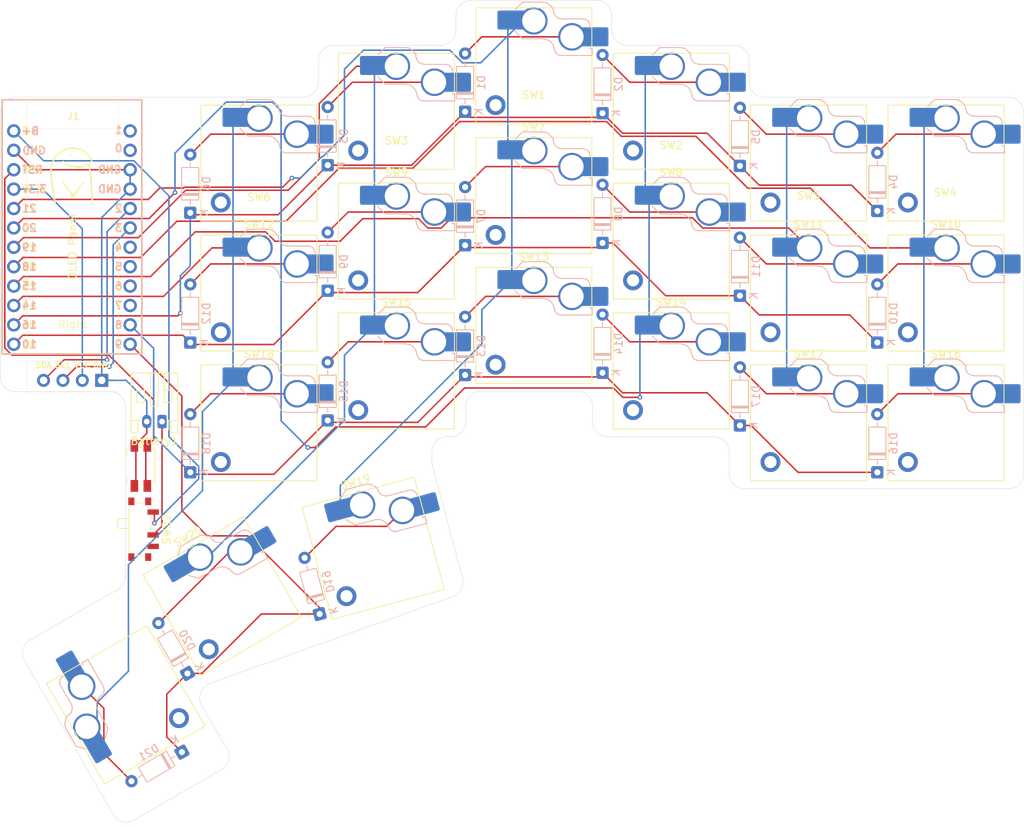
<source format=kicad_pcb>
(kicad_pcb (version 20241229) (generator "pcbnew") (generator_version "9.0")
  (layers (0 "F.Cu" signal) (2 "B.Cu" signal) (13 "F.Paste" user) (15 "B.Paste" user) (5 "F.SilkS" user "F.Silkscreen") (7 "B.SilkS" user "B.Silkscreen") (1 "F.Mask" user) (3 "B.Mask" user) (25 "Edge.Cuts" user))
  (net 0 "")
  (net 1 "Net-(Battery1-Pin_1)")
  (net 2 "GND")
  (net 3 "Net-(D1-A)")
  (net 4 "Row0")
  (net 5 "Net-(D2-A)")
  (net 6 "Net-(D3-A)")
  (net 7 "Net-(D4-A)")
  (net 8 "Net-(D5-A)")
  (net 9 "Net-(D6-A)")
  (net 10 "Row1")
  (net 11 "Net-(D7-A)")
  (net 12 "Net-(D8-A)")
  (net 13 "Net-(D9-A)")
  (net 14 "Net-(D10-A)")
  (net 15 "Net-(D11-A)")
  (net 16 "Net-(D12-A)")
  (net 17 "Net-(D13-A)")
  (net 18 "Row2")
  (net 19 "Net-(D14-A)")
  (net 20 "Net-(D15-A)")
  (net 21 "Net-(D16-A)")
  (net 22 "Net-(D17-A)")
  (net 23 "Net-(D18-A)")
  (net 24 "Net-(D19-A)")
  (net 25 "Row3")
  (net 26 "Net-(D20-A)")
  (net 27 "Net-(D21-A)")
  (net 28 "SDA")
  (net 29 "SCK")
  (net 30 "VCC")
  (net 31 "Col0")
  (net 32 "Col1")
  (net 33 "Col2")
  (net 34 "Col3")
  (net 35 "Col4")
  (net 36 "Col5")
  (net 37 "Net-(SW22-B)")
  (net 39 "Reset")
  (footprint "led:Hotswap_Choc_V1V2_Plated_1.00u_plate_cutout" (layer "F.Cu") (at 189.8 54.25)
    (property "Reference" "SW5")
    (property "Value" "SW_Push_45deg")
  )
  (footprint "Button_Switch_SMD:Panasonic_EVQPUL_EVQPUC" (layer "F.Cu") (at 102.325 93.9 90)
    (property "Reference" "SW23" (hide yes))
    (property "Value" "SW_Push")
  )
  (footprint "led:Hotswap_Choc_V1V2_Plated_1.00u_plate_cutout" (layer "F.Cu") (at 135.8 81.45)
    (property "Reference" "SW15")
    (property "Value" "SW_Push_45deg" (hide yes))
  )
  (footprint "led:Hotswap_Choc_V1V2_Plated_1.00u_plate_cutout" (layer "F.Cu") (at 135.8 47.45)
    (property "Reference" "SW3")
    (property "Value" "SW_Push_45deg")
  )
  (footprint "led:Hotswap_Choc_V1V2_Plated_1.00u_plate_cutout" (layer "F.Cu") (at 189.8 88.25)
    (property "Reference" "SW17")
    (property "Value" "SW_Push_45deg" (hide yes))
  )
  (footprint "Button_Switch_SMD:SW_SPDT_PCM12" (layer "F.Cu") (at 102.5075 102.2 -90)
    (property "Reference" "SW22")
    (property "Value" "SW_SPDT_312" (hide yes))
  )
  (footprint "led:Hotswap_Choc_V1V2_Plated_1.00u_plate_cutout" (layer "F.Cu") (at 153.8 75.5)
    (property "Reference" "SW13")
    (property "Value" "SW_Push_45deg" (hide yes))
  )
  (footprint "Connector_JST:JST_PH_S2B-PH-K_1x02_P2.00mm_Horizontal" (layer "F.Cu") (at 105.1 88.1 180)
    (property "Reference" "Battery1")
    (property "Value" "Conn_01x02_Socket")
  )
  (footprint "led:Hotswap_Choc_V1V2_Plated_1.00u_plate_cutout" (layer "F.Cu") (at 207.8 54.25)
    (property "Reference" "SW4")
    (property "Value" "SW_Push_45deg")
  )
  (footprint "led:Hotswap_Choc_V1V2_Plated_1.00u_plate_cutout" (layer "F.Cu") (at 153.8 58.5)
    (property "Reference" "SW7")
    (property "Value" "SW_Push_45deg")
  )
  (footprint "led:Hotswap_Choc_V1V2_Plated_1.00u_plate_cutout" (layer "F.Cu") (at 171.8 47.45)
    (property "Reference" "SW2")
    (property "Value" "SW_Push_45deg")
  )
  (footprint "led:Hotswap_Choc_V1V2_Plated_1.00u_plate_cutout" (layer "F.Cu") (at 189.8 71.25)
    (property "Reference" "SW11")
    (property "Value" "SW_Push_45deg")
  )
  (footprint "Photo:ok" (layer "F.Cu") (at 93.25969 54.621298)
    (property "Reference" "G***" (hide yes))
    (property "Value" "LOGO" (hide yes))
  )
  (footprint "" (layer "F.Cu") (at 85.9 82.1967)
    (property "Reference" "")
    (property "Value" "")
  )
  (footprint "led:Hotswap_Choc_V1V2_Plated_1.00u_plate_cutout" (layer "F.Cu") (at 117.8 88.25)
    (property "Reference" "SW18")
    (property "Value" "SW_Push_45deg")
  )
  (footprint "led:Hotswap_Choc_V1V2_Plated_1.00u_plate_cutout" (layer "F.Cu") (at 132.7612 104.702168 15)
    (property "Reference" "SW19")
    (property "Value" "SW_Push_45deg" (hide yes))
  )
  (footprint "led:Hotswap_Choc_V1V2_Plated_1.00u_plate_cutout" (layer "F.Cu") (at 153.8 41.5)
    (property "Reference" "SW1")
    (property "Value" "SW_Push_45deg")
  )
  (footprint "ScottoKeebs_MCU:Nice_Nano_V2_Flipped" (layer "F.Cu") (at 93.3 64)
    (property "Reference" "U1" (hide yes))
    (property "Value" "Nice_Nano_V2" (hide yes))
  )
  (footprint "led:Hotswap_Choc_V1V2_Plated_1.00u_plate_cutout" (layer "F.Cu") (at 207.8 88.25)
    (property "Reference" "SW16")
    (property "Value" "SW_Push_45deg" (hide yes))
  )
  (footprint "led:Hotswap_Choc_V1V2_Plated_1.00u_plate_cutout" (layer "F.Cu") (at 117.8 54.25)
    (property "Reference" "SW6")
    (property "Value" "SW_Push_45deg")
  )
  (footprint "led:Hotswap_Choc_V1V2_Plated_1.00u_plate_cutout" (layer "F.Cu") (at 135.8 64.45)
    (property "Reference" "SW9")
    (property "Value" "SW_Push_45deg")
  )
  (footprint "led:Hotswap_Choc_V1V2_Plated_1.00u_plate_cutout" (layer "F.Cu") (at 112.979046 110.961405 30)
    (property "Reference" "SW20")
    (property "Value" "SW_Push_45deg" (hide yes))
  )
  (footprint "led:Hotswap_Choc_V1V2_Plated_1.00u_plate_cutout" (layer "F.Cu") (at 171.8 81.45)
    (property "Reference" "SW14")
    (property "Value" "SW_Push_45deg" (hide yes))
  )
  (footprint "led:Hotswap_Choc_V1V2_Plated_1.00u_plate_cutout" (layer "F.Cu") (at 117.8 71.25)
    (property "Reference" "SW12")
    (property "Value" "SW_Push_45deg")
  )
  (footprint "led:Hotswap_Choc_V1V2_Plated_1.50u_plate_cutout" (layer "F.Cu") (at 100.360031 125.194873 120)
    (property "Reference" "SW21" (hide yes))
    (property "Value" "SW_Push_45deg" (hide yes))
  )
  (footprint "led:Hotswap_Choc_V1V2_Plated_1.00u_plate_cutout" (layer "F.Cu") (at 171.8 64.45)
    (property "Reference" "SW8")
    (property "Value" "SW_Push_45deg")
  )
  (footprint "hackpad:SSD1306-0.91-OLED-4pin-128x32_3d" (layer "F.Cu") (at 99.39 46.2 -90)
    (property "Reference" "J1")
    (property "Value" "OLED")
  )
  (footprint "led:Hotswap_Choc_V1V2_Plated_1.00u_plate_cutout" (layer "F.Cu") (at 207.8 71.25)
    (property "Reference" "SW10")
    (property "Value" "SW_Push_45deg")
  )
  (footprint "" (layer "B.Cu") (at 85.9 82.1967 180)
    (property "Reference" "")
    (property "Value" "")
  )
  (footprint "" (layer "B.Cu") (at 105.3 52.7 180)
    (property "Reference" "")
    (property "Value" "")
  )
  (footprint "Diode_THT:D_DO-35_SOD27_P7.62mm_Horizontal" (layer "B.Cu") (at 144.8 65 90)
    (property "Reference" "D7")
    (property "Value" "1N4148")
  )
  (footprint "Diode_THT:D_DO-35_SOD27_P7.62mm_Horizontal" (layer "B.Cu") (at 108.8 77.75 90)
    (property "Reference" "D12")
    (property "Value" "1N4148")
  )
  (footprint "Diode_THT:D_DO-35_SOD27_P7.62mm_Horizontal" (layer "B.Cu") (at 180.8 54.61 90)
    (property "Reference" "D5")
    (property "Value" "1N4148")
  )
  (footprint "" (layer "B.Cu") (at 198.8 62.7 180)
    (property "Reference" "")
    (property "Value" "")
  )
  (footprint "Diode_THT:D_DO-35_SOD27_P7.62mm_Horizontal" (layer "B.Cu") (at 108.434818 121.09057 120)
    (property "Reference" "D20")
    (property "Value" "1N4148")
  )
  (footprint "Diode_THT:D_DO-35_SOD27_P7.62mm_Horizontal" (layer "B.Cu") (at 162.8 64.7 90)
    (property "Reference" "D8")
    (property "Value" "1N4148")
  )
  (footprint "Diode_THT:D_DO-35_SOD27_P7.62mm_Horizontal" (layer "B.Cu") (at 107.699557 131.395003 -150)
    (property "Reference" "D21")
    (property "Value" "1N4148")
  )
  (footprint "Diode_THT:D_DO-35_SOD27_P7.62mm_Horizontal" (layer "B.Cu") (at 198.8 60.51 90)
    (property "Reference" "D4")
    (property "Value" "1N4148")
  )
  (footprint "Diode_THT:D_DO-35_SOD27_P7.62mm_Horizontal" (layer "B.Cu") (at 180.8 71.61 90)
    (property "Reference" "D11")
    (property "Value" "1N4148")
  )
  (footprint "Diode_THT:D_DO-35_SOD27_P7.62mm_Horizontal" (layer "B.Cu") (at 162.8 47.7 90)
    (property "Reference" "D2")
    (property "Value" "1N4148")
  )
  (footprint "Diode_THT:D_DO-35_SOD27_P7.62mm_Horizontal" (layer "B.Cu") (at 162.8 81.7 90)
    (property "Reference" "D14")
    (property "Value" "1N4148" (hide yes))
  )
  (footprint "Diode_THT:D_DO-35_SOD27_P7.62mm_Horizontal" (layer "B.Cu") (at 126.8 70.95 90)
    (property "Reference" "D9")
    (property "Value" "1N4148")
  )
  (footprint "" (layer "B.Cu") (at 136.2 92.5 180)
    (property "Reference" "")
    (property "Value" "")
  )
  (footprint "Diode_THT:D_DO-35_SOD27_P7.62mm_Horizontal" (layer "B.Cu") (at 144.8 47.51 90)
    (property "Reference" "D1")
    (property "Value" "1N4148")
  )
  (footprint "Diode_THT:D_DO-35_SOD27_P7.62mm_Horizontal" (layer "B.Cu") (at 108.8 60.75 90)
    (property "Reference" "D6")
    (property "Value" "1N4148")
  )
  (footprint "" (layer "B.Cu") (at 198.8 81.6 180)
    (property "Reference" "")
    (property "Value" "")
  )
  (footprint "Diode_THT:D_DO-35_SOD27_P7.62mm_Horizontal" (layer "B.Cu") (at 180.8 88.61 90)
    (property "Reference" "D17")
    (property "Value" "1N4148" (hide yes))
  )
  (footprint "" (layer "B.Cu") (at 144.9 50.4 180)
    (property "Reference" "")
    (property "Value" "")
  )
  (footprint "Diode_THT:D_DO-35_SOD27_P7.62mm_Horizontal" (layer "B.Cu") (at 126.8 54.51 90)
    (property "Reference" "D3")
    (property "Value" "1N4148")
  )
  (footprint "" (layer "B.Cu") (at 109.8 99.8 180)
    (property "Reference" "")
    (property "Value" "")
  )
  (footprint "Diode_THT:D_DO-35_SOD27_P7.62mm_Horizontal" (layer "B.Cu") (at 125.750192 113.310057 105)
    (property "Reference" "D19")
    (property "Value" "1N4148")
  )
  (footprint "Diode_THT:D_DO-35_SOD27_P7.62mm_Horizontal" (layer "B.Cu") (at 198.8 77.75 90)
    (property "Reference" "D10")
    (property "Value" "1N4148")
  )
  (footprint "Diode_THT:D_DO-35_SOD27_P7.62mm_Horizontal" (layer "B.Cu") (at 198.8 94.75 90)
    (property "Reference" "D16")
    (property "Value" "1N4148")
  )
  (footprint "Diode_THT:D_DO-35_SOD27_P7.62mm_Horizontal" (layer "B.Cu") (at 126.8 87.95 90)
    (property "Reference" "D15")
    (property "Value" "1N4148")
  )
  (footprint "Diode_THT:D_DO-35_SOD27_P7.62mm_Horizontal" (layer "B.Cu") (at 108.8 94.75 90)
    (property "Reference" "D18")
    (property "Value" "1N4148")
  )
  (footprint "Diode_THT:D_DO-35_SOD27_P7.62mm_Horizontal" (layer "B.Cu") (at 144.8 82 90)
    (property "Reference" "D13")
    (property "Value" "1N4148")
  )
  (gr_arc (start 144.9 86.1) (mid 145.485786 84.685786) (end 146.9 84.1) (stroke (width 0.05)) (layer "Edge.Cuts"))
  (gr_arc (start 125.6 40.8) (mid 126.185786 39.385786) (end 127.6 38.8) (stroke (width 0.05)) (layer "Edge.Cuts"))
  (gr_line (start 162 32.9) (end 145.6 32.9) (stroke (width 0.05)) (layer "Edge.Cuts"))
  (gr_line (start 159.5 84.1) (end 146.9 84.1) (stroke (width 0.05)) (layer "Edge.Cuts"))
  (gr_arc (start 166 38.8) (mid 164.585786 38.214214) (end 164 36.8) (stroke (width 0.05)) (layer "Edge.Cuts"))
  (gr_arc (start 218 94.9) (mid 217.414214 96.314214) (end 216 96.9) (stroke (width 0.05)) (layer "Edge.Cuts"))
  (gr_line (start 85.903267 84.196727) (end 98.296733 84.176481) (stroke (width 0.05)) (layer "Edge.Cuts"))
  (gr_line (start 113.5966 130.966854) (end 110.303148 125.278165) (stroke (width 0.05)) (layer "Edge.Cuts"))
  (gr_arc (start 100.3 108.345414) (mid 100.032089 109.345335) (end 99.300149 110.077379) (stroke (width 0.05)) (layer "Edge.Cuts"))
  (gr_line (start 216 96.9) (end 181.4 96.9) (stroke (width 0.05)) (layer "Edge.Cuts"))
  (gr_line (start 216 45.6) (end 184 45.6) (stroke (width 0.05)) (layer "Edge.Cuts"))
  (gr_line (start 101.433361 140.299537) (end 112.865528 133.701105) (stroke (width 0.05)) (layer "Edge.Cuts"))
  (gr_line (start 143.6 34.9) (end 143.6 36.8) (stroke (width 0.05)) (layer "Edge.Cuts"))
  (gr_line (start 218 47.6) (end 218 94.9) (stroke (width 0.05)) (layer "Edge.Cuts"))
  (gr_line (start 180 38.8) (end 166 38.8) (stroke (width 0.05)) (layer "Edge.Cuts"))
  (gr_line (start 123.6 45.6) (end 85.9 45.6) (stroke (width 0.05)) (layer "Edge.Cuts"))
  (gr_arc (start 143.6 36.8) (mid 143.014214 38.214214) (end 141.6 38.8) (stroke (width 0.05)) (layer "Edge.Cuts"))
  (gr_line (start 140.45 93.336782) (end 140.45 92.1) (stroke (width 0.05)) (layer "Edge.Cuts"))
  (gr_arc (start 177.4 90.1) (mid 178.814214 90.685786) (end 179.4 92.1) (stroke (width 0.05)) (layer "Edge.Cuts"))
  (gr_arc (start 144.472939 108.618973) (mid 144.312186 110.065452) (end 143.213549 111.019988) (stroke (width 0.05)) (layer "Edge.Cuts"))
  (gr_arc (start 163.5 90.1) (mid 162.085786 89.514214) (end 161.5 88.1) (stroke (width 0.05)) (layer "Edge.Cuts"))
  (gr_line (start 182 43.6) (end 182 40.8) (stroke (width 0.05)) (layer "Edge.Cuts"))
  (gr_arc (start 180 38.8) (mid 181.414214 39.385786) (end 182 40.8) (stroke (width 0.05)) (layer "Edge.Cuts"))
  (gr_arc (start 159.5 84.1) (mid 160.914214 84.685786) (end 161.5 86.1) (stroke (width 0.05)) (layer "Edge.Cuts"))
  (gr_line (start 100.3 86.176478) (end 100.3 108.345414) (stroke (width 0.05)) (layer "Edge.Cuts"))
  (gr_line (start 141.6 38.8) (end 127.6 38.8) (stroke (width 0.05)) (layer "Edge.Cuts"))
  (gr_line (start 87.097703 119.431308) (end 98.700721 139.565956) (stroke (width 0.05)) (layer "Edge.Cuts"))
  (gr_arc (start 125.6 43.6) (mid 125.014214 45.014214) (end 123.6 45.6) (stroke (width 0.05)) (layer "Edge.Cuts"))
  (gr_arc (start 87.097703 119.431308) (mid 86.898899 117.914374) (end 87.830415 116.700747) (stroke (width 0.05)) (layer "Edge.Cuts"))
  (gr_arc (start 101.433361 140.299537) (mid 99.915038 140.498968) (end 98.700721 139.565956) (stroke (width 0.05)) (layer "Edge.Cuts"))
  (gr_arc (start 83.9 47.6) (mid 84.485786 46.185786) (end 85.9 45.6) (stroke (width 0.05)) (layer "Edge.Cuts"))
  (gr_arc (start 184 45.6) (mid 182.585786 45.014214) (end 182 43.6) (stroke (width 0.05)) (layer "Edge.Cuts"))
  (gr_line (start 125.6 40.8) (end 125.6 43.6) (stroke (width 0.05)) (layer "Edge.Cuts"))
  (gr_arc (start 143.6 34.9) (mid 144.185786 33.485786) (end 145.6 32.9) (stroke (width 0.05)) (layer "Edge.Cuts"))
  (gr_arc (start 216 45.6) (mid 217.414214 46.185786) (end 218 47.6) (stroke (width 0.05)) (layer "Edge.Cuts"))
  (gr_arc (start 144.9 88.1) (mid 144.314214 89.514214) (end 142.9 90.1) (stroke (width 0.05)) (layer "Edge.Cuts"))
  (gr_arc (start 140.45 92.1) (mid 141.035786 90.685786) (end 142.45 90.1) (stroke (width 0.05)) (layer "Edge.Cuts"))
  (gr_arc (start 110.303148 125.278165) (mid 110.156308 123.587418) (end 111.361495 122.392549) (stroke (width 0.05)) (layer "Edge.Cuts"))
  (gr_line (start 83.9 47.6) (end 83.9 79.4) (stroke (width 0.05)) (layer "Edge.Cuts"))
  (gr_arc (start 85.903267 84.196727) (mid 84.486942 83.612098) (end 83.9 82.19673) (stroke (width 0.05)) (layer "Edge.Cuts"))
  (gr_line (start 144.472939 108.618973) (end 140.518104 93.854254) (stroke (width 0.05)) (layer "Edge.Cuts"))
  (gr_arc (start 113.5966 130.966854) (mid 113.797876 132.485531) (end 112.865528 133.701105) (stroke (width 0.05)) (layer "Edge.Cuts"))
  (gr_arc (start 98.296733 84.176481) (mid 99.713058 84.76111) (end 100.3 86.176478) (stroke (width 0.05)) (layer "Edge.Cuts"))
  (gr_arc (start 140.518104 93.854254) (mid 140.467102 93.597749) (end 140.45 93.336782) (stroke (width 0.05)) (layer "Edge.Cuts"))
  (gr_arc (start 162 32.9) (mid 163.414214 33.485786) (end 164 34.9) (stroke (width 0.05)) (layer "Edge.Cuts"))
  (gr_line (start 144.9 86.1) (end 144.9 88.1) (stroke (width 0.05)) (layer "Edge.Cuts"))
  (gr_line (start 161.5 88.1) (end 161.5 86.1) (stroke (width 0.05)) (layer "Edge.Cuts"))
  (gr_line (start 111.361495 122.392549) (end 143.213549 111.019988) (stroke (width 0.05)) (layer "Edge.Cuts"))
  (gr_arc (start 181.4 96.9) (mid 179.985786 96.314214) (end 179.4 94.9) (stroke (width 0.05)) (layer "Edge.Cuts"))
  (gr_line (start 83.9 79.4) (end 83.9 82.19673) (stroke (width 0.05)) (layer "Edge.Cuts"))
  (gr_line (start 99.300149 110.077379) (end 87.830415 116.700747) (stroke (width 0.05)) (layer "Edge.Cuts"))
  (gr_line (start 164 36.8) (end 164 34.9) (stroke (width 0.05)) (layer "Edge.Cuts"))
  (gr_line (start 142.45 90.1) (end 142.9 90.1) (stroke (width 0.05)) (layer "Edge.Cuts"))
  (gr_line (start 179.4 94.9) (end 179.4 92.1) (stroke (width 0.05)) (layer "Edge.Cuts"))
  (gr_line (start 177.4 90.1) (end 163.5 90.1) (stroke (width 0.05)) (layer "Edge.Cuts"))
  (gr_text "Right" (at 91.4 75.9 0) (layer "F.SilkS") (effects (font (size 1 1) (thickness 0.1)) (justify left bottom)))
  (segment (start 105.1 88.1) (end 105.1 101.7875) (width 0.2) (layer "F.Cu") (net 1))
  (segment (start 105.1 101.7875) (end 103.9375 102.95) (width 0.2) (layer "F.Cu") (net 1))
  (segment (start 88.22 55.11) (end 100.92 55.11) (width 0.2) (layer "F.Cu") (net 2))
  (segment (start 103.1 89.65) (end 101.475 91.275) (width 0.2) (layer "F.Cu") (net 2))
  (segment (start 101.676 96.324) (end 101.475 96.525) (width 0.2) (layer "F.Cu") (net 2))
  (segment (start 85.68 52.57) (end 88.22 55.11) (width 0.2) (layer "F.Cu") (net 2))
  (segment (start 101.475 91.275) (end 101.676 91.476) (width 0.2) (layer "F.Cu") (net 2))
  (segment (start 101.676 91.476) (end 101.676 96.324) (width 0.2) (layer "F.Cu") (net 2))
  (segment (start 103.1 88.1) (end 103.1 89.65) (width 0.2) (layer "F.Cu") (net 2))
  (segment (start 100.4 82.7) (end 103.1 85.4) (width 0.2) (layer "B.Cu") (net 2))
  (segment (start 100.92 55.11) (end 100.92 57.65) (width 0.2) (layer "B.Cu") (net 2))
  (segment (start 103.1 85.4) (end 103.1 88.1) (width 0.2) (layer "B.Cu") (net 2))
  (segment (start 97.2 82.7) (end 100.4 82.7) (width 0.2) (layer "B.Cu") (net 2))
  (segment (start 97.2 61.37) (end 100.92 57.65) (width 0.2) (layer "B.Cu") (net 2))
  (segment (start 97.2 82.7) (end 97.2 61.37) (width 0.2) (layer "B.Cu") (net 2))
  (segment (start 144.8 39.89) (end 146.99 37.7) (width 0.2) (layer "F.Cu") (net 3))
  (segment (start 146.99 37.7) (end 158.8 37.7) (width 0.2) (layer "F.Cu") (net 3))
  (segment (start 180.8 54.61) (end 183.316 57.126) (width 0.2) (layer "F.Cu") (net 4))
  (segment (start 137.8 54.51) (end 144.8 47.51) (width 0.2) (layer "F.Cu") (net 4))
  (segment (start 120.309 61.001) (end 126.8 54.51) (width 0.2) (layer "F.Cu") (net 4))
  (segment (start 162.249 48.251) (end 162.8 47.7) (width 0.2) (layer "F.Cu") (net 4))
  (segment (start 195.416 57.126) (end 198.8 60.51) (width 0.2) (layer "F.Cu") (net 4))
  (segment (start 126.8 54.51) (end 137.8 54.51) (width 0.2) (layer "F.Cu") (net 4))
  (segment (start 85.68 75.43) (end 86.8573 74.2527) (width 0.2) (layer "F.Cu") (net 4))
  (segment (start 86.8573 74.2527) (end 107.1473 74.2527) (width 0.2) (layer "F.Cu") (net 4))
  (segment (start 162.8 47.7) (end 165.426 50.326) (width 0.2) (layer "F.Cu") (net 4))
  (segment (start 165.426 50.326) (end 176.516 50.326) (width 0.2) (layer "F.Cu") (net 4))
  (segment (start 107.1473 74.2527) (end 107.5 73.9) (width 0.2) (layer "F.Cu") (net 4))
  (segment (start 144.8 47.51) (end 145.541 48.251) (width 0.2) (layer "F.Cu") (net 4))
  (segment (start 109.051 61.001) (end 120.309 61.001) (width 0.2) (layer "F.Cu") (net 4))
  (segment (start 108.8 60.75) (end 109.051 61.001) (width 0.2) (layer "F.Cu") (net 4))
  (segment (start 183.316 57.126) (end 195.416 57.126) (width 0.2) (layer "F.Cu") (net 4))
  (segment (start 176.516 50.326) (end 180.8 54.61) (width 0.2) (layer "F.Cu") (net 4))
  (segment (start 145.541 48.251) (end 162.249 48.251) (width 0.2) (layer "F.Cu") (net 4))
  (via (at 107.5 73.9) (size 0.6) (drill 0.3) (layers "F.Cu" "B.Cu") (net 4))
  (segment (start 108.8 67.7) (end 108.8 60.75) (width 0.2) (layer "B.Cu") (net 4))
  (segment (start 107.5 73.9) (end 107.5 69) (width 0.2) (layer "B.Cu") (net 4))
  (segment (start 107.5 69) (end 108.8 67.7) (width 0.2) (layer "B.Cu") (net 4))
  (segment (start 166.37 43.65) (end 176.8 43.65) (width 0.2) (layer "F.Cu") (net 5))
  (segment (start 162.8 40.08) (end 166.37 43.65) (width 0.2) (layer "F.Cu") (net 5))
  (segment (start 126.8 46.89) (end 130.04 43.65) (width 0.2) (layer "F.Cu") (net 6))
  (segment (start 130.04 43.65) (end 140.8 43.65) (width 0.2) (layer "F.Cu") (net 6))
  (segment (start 198.8 52.89) (end 201.24 50.45) (width 0.2) (layer "F.Cu") (net 7))
  (segment (start 201.24 50.45) (end 212.8 50.45) (width 0.2) (layer "F.Cu") (net 7))
  (segment (start 184.26 50.45) (end 194.8 50.45) (width 0.2) (layer "F.Cu") (net 8))
  (segment (start 180.8 46.99) (end 184.26 50.45) (width 0.2) (layer "F.Cu") (net 8))
  (segment (start 111.48 50.45) (end 122.8 50.45) (width 0.2) (layer "F.Cu") (net 9))
  (segment (start 108.8 53.13) (end 111.48 50.45) (width 0.2) (layer "F.Cu") (net 9))
  (segment (start 162.2 65.3) (end 162.8 64.7) (width 0.2) (layer "F.Cu") (net 10))
  (segment (start 164.164156 64.7) (end 171.074156 71.61) (width 0.2) (layer "F.Cu") (net 10))
  (segment (start 126.8 70.95) (end 127.051 71.201) (width 0.2) (layer "F.Cu") (net 10))
  (segment (start 145.1 65.3) (end 162.2 65.3) (width 0.2) (layer "F.Cu") (net 10))
  (segment (start 195.176 74.126) (end 198.8 77.75) (width 0.2) (layer "F.Cu") (net 10))
  (segment (start 108.8 77.75) (end 109.051 78.001) (width 0.2) (layer "F.Cu") (net 10))
  (segment (start 180.8 71.61) (end 183.316 74.126) (width 0.2) (layer "F.Cu") (net 10))
  (segment (start 109.051 78.001) (end 119.749 78.001) (width 0.2) (layer "F.Cu") (net 10))
  (segment (start 85.68 77.97) (end 86.8573 76.7927) (width 0.2) (layer "F.Cu") (net 10))
  (segment (start 183.316 74.126) (end 195.176 74.126) (width 0.2) (layer "F.Cu") (net 10))
  (segment (start 107.8427 76.7927) (end 108.8 77.75) (width 0.2) (layer "F.Cu") (net 10))
  (segment (start 127.051 71.201) (end 138.599 71.201) (width 0.2) (layer "F.Cu") (net 10))
  (segment (start 144.8 65) (end 145.1 65.3) (width 0.2) (layer "F.Cu") (net 10))
  (segment (start 138.599 71.201) (end 144.8 65) (width 0.2) (layer "F.Cu") (net 10))
  (segment (start 119.749 78.001) (end 126.8 70.95) (width 0.2) (layer "F.Cu") (net 10))
  (segment (start 162.8 64.7) (end 164.164156 64.7) (width 0.2) (layer "F.Cu") (net 10))
  (segment (start 86.8573 76.7927) (end 107.8427 76.7927) (width 0.2) (layer "F.Cu") (net 10))
  (segment (start 171.074156 71.61) (end 180.8 71.61) (width 0.2) (layer "F.Cu") (net 10))
  (segment (start 144.8 57.38) (end 147.48 54.7) (width 0.2) (layer "F.Cu") (net 11))
  (segment (start 147.48 54.7) (end 158.8 54.7) (width 0.2) (layer "F.Cu") (net 11))
  (segment (start 162.8 57.08) (end 166.37 60.65) (width 0.2) (layer "F.Cu") (net 12))
  (segment (start 166.37 60.65) (end 176.8 60.65) (width 0.2) (layer "F.Cu") (net 12))
  (segment (start 129.48 60.65) (end 140.8 60.65) (width 0.2) (layer "F.Cu") (net 13))
  (segment (start 126.8 63.33) (end 129.48 60.65) (width 0.2) (layer "F.Cu") (net 13))
  (segment (start 201.48 67.45) (end 212.8 67.45) (width 0.2) (layer "F.Cu") (net 14))
  (segment (start 198.8 70.13) (end 201.48 67.45) (width 0.2) (layer "F.Cu") (net 14))
  (segment (start 184.26 67.45) (end 194.8 67.45) (width 0.2) (layer "F.Cu") (net 15))
  (segment (start 180.8 63.99) (end 184.26 67.45) (width 0.2) (layer "F.Cu") (net 15))
  (segment (start 108.8 70.13) (end 111.48 67.45) (width 0.2) (layer "F.Cu") (net 16))
  (segment (start 111.48 67.45) (end 122.8 67.45) (width 0.2) (layer "F.Cu") (net 16))
  (segment (start 147.48 71.7) (end 158.8 71.7) (width 0.2) (layer "F.Cu") (net 17))
  (segment (start 144.8 74.38) (end 147.48 71.7) (width 0.2) (layer "F.Cu") (net 17))
  (segment (start 182.274156 88.61) (end 188.414156 94.75) (width 0.2) (layer "F.Cu") (net 18))
  (segment (start 176.516 84.326) (end 180.8 88.61) (width 0.2) (layer "F.Cu") (net 18))
  (segment (start 145.051 82.251) (end 162.249 82.251) (width 0.2) (layer "F.Cu") (net 18))
  (segment (start 144.8 82) (end 138.599 88.201) (width 0.2) (layer "F.Cu") (net 18))
  (segment (start 188.414156 94.75) (end 198.8 94.75) (width 0.2) (layer "F.Cu") (net 18))
  (segment (start 180.8 88.61) (end 182.274156 88.61) (width 0.2) (layer "F.Cu") (net 18))
  (segment (start 165.426 84.326) (end 176.516 84.326) (width 0.2) (layer "F.Cu") (net 18))
  (segment (start 138.599 88.201) (end 127.051 88.201) (width 0.2) (layer "F.Cu") (net 18))
  (segment (start 127.051 88.201) (end 126.8 87.95) (width 0.2) (layer "F.Cu") (net 18))
  (segment (start 144.8 82) (end 145.051 82.251) (width 0.2) (layer "F.Cu") (net 18))
  (segment (start 108.8 94.75) (end 109.051 95.001) (width 0.2) (layer "F.Cu") (net 18))
  (segment (start 162.249 82.251) (end 162.8 81.7) (width 0.2) (layer "F.Cu") (net 18))
  (segment (start 119.749 95.001) (end 126.8 87.95) (width 0.2) (layer "F.Cu") (net 18))
  (segment (start 109.051 95.001) (end 119.749 95.001) (width 0.2) (layer "F.Cu") (net 18))
  (segment (start 162.8 81.7) (end 165.426 84.326) (width 0.2) (layer "F.Cu") (net 18))
  (segment (start 100.92 75.43) (end 104.001 78.511) (width 0.2) (layer "B.Cu") (net 18))
  (segment (start 104.001 78.511) (end 104.001 89.951) (width 0.2) (layer "B.Cu") (net 18))
  (segment (start 104.001 89.951) (end 108.8 94.75) (width 0.2) (layer "B.Cu") (net 18))
  (segment (start 162.8 74.08) (end 166.37 77.65) (width 0.2) (layer "F.Cu") (net 19))
  (segment (start 166.37 77.65) (end 176.8 77.65) (width 0.2) (layer "F.Cu") (net 19))
  (segment (start 126.8 80.33) (end 129.48 77.65) (width 0.2) (layer "F.Cu") (net 20))
  (segment (start 129.48 77.65) (end 140.8 77.65) (width 0.2) (layer "F.Cu") (net 20))
  (segment (start 201.48 84.45) (end 212.8 84.45) (width 0.2) (layer "F.Cu") (net 21))
  (segment (start 198.8 87.13) (end 201.48 84.45) (width 0.2) (layer "F.Cu") (net 21))
  (segment (start 184.26 84.45) (end 194.8 84.45) (width 0.2) (layer "F.Cu") (net 22))
  (segment (start 180.8 80.99) (end 184.26 84.45) (width 0.2) (layer "F.Cu") (net 22))
  (segment (start 111.48 84.45) (end 122.8 84.45) (width 0.2) (layer "F.Cu") (net 23))
  (segment (start 108.8 87.13) (end 111.48 84.45) (width 0.2) (layer "F.Cu") (net 23))
  (segment (start 134.518703 101.826168) (end 136.607317 99.737554) (width 0.2) (layer "F.Cu") (net 24))
  (segment (start 127.901524 101.826168) (end 134.518703 101.826168) (width 0.2) (layer "F.Cu") (net 24))
  (segment (start 123.777991 105.949701) (end 127.901524 101.826168) (width 0.2) (layer "F.Cu") (net 24))
  (segment (start 110.318941 121.09057) (end 108.434818 121.09057) (width 0.2) (layer "F.Cu") (net 25))
  (segment (start 111.017484 103.069508) (end 107.699 99.751024) (width 0.2) (layer "F.Cu") (net 25))
  (segment (start 107.699 84.749) (end 100.92 77.97) (width 0.2) (layer "F.Cu") (net 25))
  (segment (start 105.719062 123.806326) (end 108.434818 121.09057) (width 0.2) (layer "F.Cu") (net 25))
  (segment (start 118.099454 113.310057) (end 110.318941 121.09057) (width 0.2) (layer "F.Cu") (net 25))
  (segment (start 125.750192 113.310057) (end 118.099454 113.310057) (width 0.2) (layer "F.Cu") (net 25))
  (segment (start 105.719062 129.414508) (end 105.719062 123.806326) (width 0.2) (layer "F.Cu") (net 25))
  (segment (start 107.699 99.751024) (end 107.699 84.749) (width 0.2) (layer "F.Cu") (net 25))
  (segment (start 116.337864 103.069508) (end 111.017484 103.069508) (width 0.2) (layer "F.Cu") (net 25))
  (segment (start 107.699557 131.395003) (end 105.719062 129.414508) (width 0.2) (layer "F.Cu") (net 25))
  (segment (start 125.750192 112.481836) (end 116.337864 103.069508) (width 0.2) (layer "F.Cu") (net 25))
  (segment (start 125.750192 113.310057) (end 125.750192 112.481836) (width 0.2) (layer "F.Cu") (net 25))
  (segment (start 104.624817 114.491459) (end 113.945768 105.170508) (width 0.2) (layer "F.Cu") (net 26))
  (segment (start 113.945768 105.170508) (end 115.409173 105.170508) (width 0.2) (layer "F.Cu") (net 26))
  (segment (start 97.484031 131.58859) (end 97.484031 131.4) (width 0.2) (layer "F.Cu") (net 27))
  (segment (start 97.484031 125.679643) (end 94.569134 122.764746) (width 0.2) (layer "F.Cu") (net 27))
  (segment (start 101.100444 135.205) (end 97.484031 131.588587) (width 0.2) (layer "F.Cu") (net 27))
  (segment (start 97.484031 131.588587) (end 97.484031 131.4) (width 0.2) (layer "F.Cu") (net 27))
  (segment (start 97.484031 131.4) (end 97.484031 125.679643) (width 0.2) (layer "F.Cu") (net 27))
  (segment (start 97.9 80) (end 92.28 80) (width 0.2) (layer "F.Cu") (net 28))
  (segment (start 92.28 80) (end 89.58 82.7) (width 0.2) (layer "F.Cu") (net 28))
  (via (at 97.9 80) (size 0.6) (drill 0.3) (layers "F.Cu" "B.Cu") (net 28))
  (segment (start 100.92 60.19) (end 97.9 63.21) (width 0.2) (layer "B.Cu") (net 28))
  (segment (start 97.9 63.21) (end 97.9 80) (width 0.2) (layer "B.Cu") (net 28))
  (segment (start 93.92 80.9) (end 92.12 82.7) (width 0.2) (layer "F.Cu") (net 29))
  (segment (start 98.2 80.9) (end 93.92 80.9) (width 0.2) (layer "F.Cu") (net 29))
  (via (at 98.2 80.9) (size 0.6) (drill 0.3) (layers "F.Cu" "B.Cu") (net 29))
  (segment (start 98.7 64.95) (end 98.7 80.4) (width 0.2) (layer "B.Cu") (net 29))
  (segment (start 100.92 62.73) (end 98.7 64.95) (width 0.2) (layer "B.Cu") (net 29))
  (segment (start 98.7 80.4) (end 98.2 80.9) (width 0.2) (layer "B.Cu") (net 29))
  (segment (start 94.66 82.7) (end 94.66 62.86) (width 0.2) (layer "B.Cu") (net 30))
  (segment (start 89.45 57.65) (end 85.68 57.65) (width 0.2) (layer "B.Cu") (net 30))
  (segment (start 94.66 62.86) (end 89.45 57.65) (width 0.2) (layer "B.Cu") (net 30))
  (segment (start 103.3 59) (end 104.8 57.5) (width 0.2) (layer "F.Cu") (net 31))
  (segment (start 108.0349 57.398) (end 120.902 57.398) (width 0.2) (layer "F.Cu") (net 31))
  (segment (start 85.68 60.19) (end 86.87 59) (width 0.2) (layer "F.Cu") (net 31))
  (segment (start 120.902 57.398) (end 122.1 56.2) (width 0.2) (layer "F.Cu") (net 31))
  (segment (start 104.8 57.5) (end 107.9329 57.5) (width 0.2) (layer "F.Cu") (net 31))
  (segment (start 86.87 59) (end 103.3 59) (width 0.2) (layer "F.Cu") (net 31))
  (segment (start 107.9329 57.5) (end 108.0349 57.398) (width 0.2) (layer "F.Cu") (net 31))
  (via (at 122.1 56.2) (size 0.6) (drill 0.3) (layers "F.Cu" "B.Cu") (net 31))
  (segment (start 150.95 35.5) (end 150.401 36.049) (width 0.2) (layer "B.Cu") (net 31))
  (segment (start 146.999 77.91484) (end 146.999 73.451) (width 0.2) (layer "B.Cu") (net 31))
  (segment (start 128.999 41.93984) (end 131.48984 39.449) (width 0.2) (layer "B.Cu") (net 31))
  (segment (start 131.48984 39.449) (end 142.80195 39.449) (width 0.2) (layer "B.Cu") (net 31))
  (segment (start 144.45295 41.1) (end 146.860108 41.1) (width 0.2) (layer "B.Cu") (net 31))
  (segment (start 128.455398 99.644247) (end 128.455398 96.458442) (width 0.2) (layer "B.Cu") (net 31))
  (segment (start 150.924 69.474) (end 150.95 69.5) (width 0.2) (layer "B.Cu") (net 31))
  (segment (start 126.01484 53.409) (end 126.15216 53.409) (width 0.2) (layer "B.Cu") (net 31))
  (segment (start 150.401 36.049) (end 150.401 51.951) (width 0.2) (layer "B.Cu") (net 31))
  (segment (start 150.924 52.526) (end 150.924 69.474) (width 0.2) (layer "B.Cu") (net 31))
  (segment (start 128.999 50.56216) (end 128.999 41.93984) (width 0.2) (layer "B.Cu") (net 31))
  (segment (start 122.1 56.2) (end 123.22384 56.2) (width 0.2) (layer "B.Cu") (net 31))
  (segment (start 142.80195 39.449) (end 144.45295 41.1) (width 0.2) (layer "B.Cu") (net 31))
  (segment (start 150.95 52.5) (end 150.924 52.526) (width 0.2) (layer "B.Cu") (net 31))
  (segment (start 146.999 73.451) (end 150.95 69.5) (width 0.2) (layer "B.Cu") (net 31))
  (segment (start 146.860108 41.1) (end 152.360108 35.6) (width 0.2) (layer "B.Cu") (net 31))
  (segment (start 128.455398 96.458442) (end 146.999 77.91484) (width 0.2) (layer "B.Cu") (net 31))
  (segment (start 150.401 51.951) (end 150.95 52.5) (width 0.2) (layer "B.Cu") (net 31))
  (segment (start 123.22384 56.2) (end 126.01484 53.409) (width 0.2) (layer "B.Cu") (net 31))
  (segment (start 152.360108 35.6) (end 153.8 35.6) (width 0.2) (layer "B.Cu") (net 31))
  (segment (start 126.15216 53.409) (end 128.999 50.56216) (width 0.2) (layer "B.Cu") (net 31))
  (segment (start 85.68 62.73) (end 86.91 61.5) (width 0.2) (layer "F.Cu") (net 32))
  (segment (start 164.2319 83.699) (end 165.4589 84.926) (width 0.2) (layer "F.Cu") (net 32))
  (segment (start 125.13616 91.5) (end 127.83616 88.8) (width 0.2) (layer "F.Cu") (net 32))
  (segment (start 139.6329 88.8) (end 144.7339 83.699) (width 0.2) (layer "F.Cu") (net 32))
  (segment (start 144.7339 83.699) (end 164.2319 83.699) (width 0.2) (layer "F.Cu") (net 32))
  (segment (start 86.91 61.5) (end 103.4 61.5) (width 0.2) (layer "F.Cu") (net 32))
  (segment (start 124.2 91.5) (end 125.13616 91.5) (width 0.2) (layer "F.Cu") (net 32))
  (segment (start 165.4589 84.926) (end 167.7 84.926) (width 0.2) (layer "F.Cu") (net 32))
  (segment (start 127.83616 88.8) (end 139.6329 88.8) (width 0.2) (layer "F.Cu") (net 32))
  (segment (start 103.4 61.5) (end 106.8 58.1) (width 0.2) (layer "F.Cu") (net 32))
  (via (at 124.2 91.5) (size 0.6) (drill 0.3) (layers "F.Cu" "B.Cu") (net 32))
  (via (at 167.7 84.926) (size 0.6) (drill 0.3) (layers "F.Cu" "B.Cu") (net 32))
  (via (at 106.8 58.1) (size 0.6) (drill 0.3) (layers "F.Cu" "B.Cu") (net 32))
  (segment (start 119.549 46.249) (end 120.699 47.399) (width 0.2) (layer "B.Cu") (net 32))
  (segment (start 113.48984 46.249) (end 119.549 46.249) (width 0.2) (layer "B.Cu") (net 32))
  (segment (start 168.9 75.4) (end 168.9 58.5) (width 0.2) (layer "B.Cu") (net 32))
  (segment (start 168.401 57.901) (end 168.95 58.45) (width 0.2) (layer "B.Cu") (net 32))
  (segment (start 106.8 52.93884) (end 113.48984 46.249) (width 0.2) (layer "B.Cu") (net 32))
  (segment (start 168.401 41.999) (end 168.401 57.901) (width 0.2) (layer "B.Cu") (net 32))
  (segment (start 168.9 58.5) (end 168.95 58.45) (width 0.2) (layer "B.Cu") (net 32))
  (segment (start 106.8 58.1) (end 106.8 52.93884) (width 0.2) (layer "B.Cu") (net 32))
  (segment (start 168.95 41.45) (end 168.401 41.999) (width 0.2) (layer "B.Cu") (net 32))
  (segment (start 168.95 75.45) (end 168.9 75.4) (width 0.2) (layer "B.Cu") (net 32))
  (segment (start 167.7 84.926) (end 167.7 76.7) (width 0.2) (layer "B.Cu") (net 32))
  (segment (start 120.699 87.999) (end 124.2 91.5) (width 0.2) (layer "B.Cu") (net 32))
  (segment (start 167.7 76.7) (end 168.95 75.45) (width 0.2) (layer "B.Cu") (net 32))
  (segment (start 120.699 47.399) (end 120.699 87.999) (width 0.2) (layer "B.Cu") (net 32))
  (segment (start 125.699 46.43395) (end 130.58295 41.55) (width 0.2) (layer "F.Cu") (net 33))
  (segment (start 102 64) (end 108.201 57.799) (width 0.2) (layer "F.Cu") (net 33))
  (segment (start 130.58295 41.55) (end 135.8 41.55) (width 0.2) (layer "F.Cu") (net 33))
  (segment (start 121.62484 57.799) (end 125.699 53.72484) (width 0.2) (layer "F.Cu") (net 33))
  (segment (start 85.68 65.27) (end 86.95 64) (width 0.2) (layer "F.Cu") (net 33))
  (segment (start 108.201 57.799) (end 121.62484 57.799) (width 0.2) (layer "F.Cu") (net 33))
  (segment (start 86.95 64) (end 102 64) (width 0.2) (layer "F.Cu") (net 33))
  (segment (start 125.699 53.72484) (end 125.699 46.43395) (width 0.2) (layer "F.Cu") (net 33))
  (segment (start 128.999 79.401) (end 132.95 75.45) (width 0.2) (layer "B.Cu") (net 33))
  (segment (start 132.924 58.424) (end 132.95 58.45) (width 0.2) (layer "B.Cu") (net 33))
  (segment (start 132.924 41.476) (end 132.924 58.424) (width 0.2) (layer "B.Cu") (net 33))
  (segment (start 132.95 75.45) (end 132.924 75.424) (width 0.2) (layer "B.Cu") (net 33))
  (segment (start 128.999 87.905125) (end 128.999 79.401) (width 0.2) (layer "B.Cu") (net 33))
  (segment (start 107.510874 107.190252) (end 109.713873 107.190252) (width 0.2) (layer "B.Cu") (net 33))
  (segment (start 132.95 41.45) (end 132.924 41.476) (width 0.2) (layer "B.Cu") (net 33))
  (segment (start 132.924 75.424) (end 132.924 58.476) (width 0.2) (layer "B.Cu") (net 33))
  (segment (start 109.713873 107.190252) (end 128.999 87.905125) (width 0.2) (layer "B.Cu") (net 33))
  (segment (start 132.924 58.476) (end 132.95 58.45) (width 0.2) (layer "B.Cu") (net 33))
  (segment (start 197.85 65.35) (end 207.8 65.35) (width 0.2) (layer "F.Cu") (net 34))
  (segment (start 121.34516 61.851) (end 128.28516 54.911) (width 0.2) (layer "F.Cu") (net 34))
  (segment (start 165.2599 50.727) (end 175.03084 50.727) (width 0.2) (layer "F.Cu") (net 34))
  (segment (start 128.28516 54.911) (end 137.9661 54.911) (width 0.2) (layer "F.Cu") (net 34))
  (segment (start 86.89 66.6) (end 102.3 66.6) (width 0.2) (layer "F.Cu") (net 34))
  (segment (start 102.3 66.6) (end 107.049 61.851) (width 0.2) (layer "F.Cu") (net 34))
  (segment (start 190.027 57.527) (end 197.85 65.35) (width 0.2) (layer "F.Cu") (net 34))
  (segment (start 181.83084 57.527) (end 190.027 57.527) (width 0.2) (layer "F.Cu") (net 34))
  (segment (start 163.3339 48.801) (end 165.2599 50.727) (width 0.2) (layer "F.Cu") (net 34))
  (segment (start 85.68 67.81) (end 86.89 66.6) (width 0.2) (layer "F.Cu") (net 34))
  (segment (start 107.049 61.851) (end 121.34516 61.851) (width 0.2) (layer "F.Cu") (net 34))
  (segment (start 175.03084 50.727) (end 181.83084 57.527) (width 0.2) (layer "F.Cu") (net 34))
  (segment (start 144.0761 48.801) (end 163.3339 48.801) (width 0.2) (layer "F.Cu") (net 34))
  (segment (start 137.9661 54.911) (end 144.0761 48.801) (width 0.2) (layer "F.Cu") (net 34))
  (segment (start 204.95 48.25) (end 204.924 48.276) (width 0.2) (layer "B.Cu") (net 34))
  (segment (start 204.9 65.3) (end 204.9 82.2) (width 0.2) (layer "B.Cu") (net 34))
  (segment (start 204.924 65.224) (end 204.95 65.25) (width 0.2) (layer "B.Cu") (net 34))
  (segment (start 204.95 65.25) (end 204.9 65.3) (width 0.2) (layer "B.Cu") (net 34))
  (segment (start 204.9 82.2) (end 204.95 82.25) (width 0.2) (layer "B.Cu") (net 34))
  (segment (start 204.924 48.276) (end 204.924 65.224) (width 0.2) (layer "B.Cu") (net 34))
  (segment (start 187.201 62.751) (end 189.8 65.35) (width 0.2) (layer "F.Cu") (net 35))
  (segment (start 141.670263 62.751) (end 143.021263 61.4) (width 0.2) (layer "F.Cu") (net 35))
  (segment (start 119.901 64.479737) (end 128.430371 64.479737) (width 0.2) (layer "F.Cu") (net 35))
  (segment (start 131.389845 61.520263) (end 138.699 61.520263) (width 0.2) (layer "F.Cu") (net 35))
  (segment (start 118.670263 63.249) (end 119.901 64.479737) (width 0.2) (layer "F.Cu") (net 35))
  (segment (start 86.93 69.1) (end 103.6 69.1) (width 0.2) (layer "F.Cu") (net 35))
  (segment (start 174.578737 61.4) (end 175.929737 62.751) (width 0.2) (layer "F.Cu") (net 35))
  (segment (start 139.929737 62.751) (end 141.670263 62.751) (width 0.2) (layer "F.Cu") (net 35))
  (segment (start 85.68 70.35) (end 86.93 69.1) (width 0.2) (layer "F.Cu") (net 35))
  (segment (start 103.6 69.1) (end 109.451 63.249) (width 0.2) (layer "F.Cu") (net 35))
  (segment (start 138.699 61.520263) (end 139.929737 62.751) (width 0.2) (layer "F.Cu") (net 35))
  (segment (start 109.451 63.249) (end 118.670263 63.249) (width 0.2) (layer "F.Cu") (net 35))
  (segment (start 128.430371 64.479737) (end 131.389845 61.520263) (width 0.2) (layer "F.Cu") (net 35))
  (segment (start 175.929737 62.751) (end 187.201 62.751) (width 0.2) (layer "F.Cu") (net 35))
  (segment (start 143.021263 61.4) (end 174.578737 61.4) (width 0.2) (layer "F.Cu") (net 35))
  (segment (start 186.924 65.224) (end 186.924 48.276) (width 0.2) (layer "B.Cu") (net 35))
  (segment (start 186.924 48.276) (end 186.95 48.25) (width 0.2) (layer "B.Cu") (net 35))
  (segment (start 186.95 65.25) (end 186.924 65.224) (width 0.2) (layer "B.Cu") (net 35))
  (segment (start 186.924 65.276) (end 186.95 65.25) (width 0.2) (layer "B.Cu") (net 35))
  (segment (start 186.95 82.25) (end 186.924 82.224) (width 0.2) (layer "B.Cu") (net 35))
  (segment (start 186.924 82.224) (end 186.924 65.276) (width 0.2) (layer "B.Cu") (net 35))
  (segment (start 86.87 71.7) (end 105.3 71.7) (width 0.2) (layer "F.Cu") (net 36))
  (segment (start 85.68 72.89) (end 86.87 71.7) (width 0.2) (layer "F.Cu") (net 36))
  (segment (start 111.65 65.35) (end 117.8 65.35) (width 0.2) (layer "F.Cu") (net 36))
  (segment (start 105.3 71.7) (end 111.65 65.35) (width 0.2) (layer "F.Cu") (net 36))
  (segment (start 114.401 81.701) (end 114.95 82.25) (width 0.2) (layer "B.Cu") (net 36))
  (segment (start 114.401 48.799) (end 114.401 64.701) (width 0.2) (layer "B.Cu") (net 36))
  (segment (start 96.588878 124.898748) (end 96.588878 130.663045) (width 0.2) (layer "B.Cu") (net 36))
  (segment (start 114.95 65.25) (end 114.401 65.799) (width 0.2) (layer "B.Cu") (net 36))
  (segment (start 114.401 64.701) (end 114.95 65.25) (width 0.2) (layer "B.Cu") (net 36))
  (segment (start 110.401024 97.146952) (end 100.701 106.846976) (width 0.2) (layer "B.Cu") (net 36))
  (segment (start 100.701 106.846976) (end 100.701 120.786626) (width 0.2) (layer "B.Cu") (net 36))
  (segment (start 114.401 65.799) (end 114.401 81.701) (width 0.2) (layer "B.Cu") (net 36))
  (segment (start 114.95 82.25) (end 110.401024 86.798976) (width 0.2) (layer "B.Cu") (net 36))
  (segment (start 100.701 120.786626) (end 96.588878 124.898748) (width 0.2) (layer "B.Cu") (net 36))
  (segment (start 114.95 48.25) (end 114.401 48.799) (width 0.2) (layer "B.Cu") (net 36))
  (segment (start 110.401024 86.798976) (end 110.401024 97.146952) (width 0.2) (layer "B.Cu") (net 36))
  (segment (start 104.1 100.1125) (end 103.9375 99.95) (width 0.2) (layer "F.Cu") (net 37))
  (segment (start 104.1 101.4) (end 104.1 100.1125) (width 0.2) (layer "F.Cu") (net 37))
  (via (at 104.1 101.4) (size 0.6) (drill 0.3) (layers "F.Cu" "B.Cu") (net 37))
  (segment (start 101.407654 53.9327) (end 106.001 58.526046) (width 0.2) (layer "B.Cu") (net 37))
  (segment (start 106.001 58.526046) (end 106.001 90.06484) (width 0.2) (layer "B.Cu") (net 37))
  (segment (start 89.5827 53.9327) (end 101.407654 53.9327) (width 0.2) (layer "B.Cu") (net 37))
  (segment (start 109.901 93.96484) (end 109.901 95.599) (width 0.2) (layer "B.Cu") (net 37))
  (segment (start 85.68 50.03) (end 89.5827 53.9327) (width 0.2) (layer "B.Cu") (net 37))
  (segment (start 109.901 95.599) (end 104.1 101.4) (width 0.2) (layer "B.Cu") (net 37))
  (segment (start 106.001 90.06484) (end 109.901 93.96484) (width 0.2) (layer "B.Cu") (net 37))
  (segment (start 85.68 55.11) (end 84.5027 56.2873) (width 0.2) (layer "F.Cu") (net 39))
  (segment (start 104.001 90.449) (end 103.175 91.275) (width 0.2) (layer "F.Cu") (net 39))
  (segment (start 84.5027 78.457654) (end 85.444046 79.399) (width 0.2) (layer "F.Cu") (net 39))
  (segment (start 102.974 91.476) (end 102.974 96.324) (width 0.2) (layer "F.Cu") (net 39))
  (segment (start 104.001 85.251057) (end 104.001 90.449) (width 0.2) (layer "F.Cu") (net 39))
  (segment (start 85.444046 79.399) (end 98.148943 79.399) (width 0.2) (layer "F.Cu") (net 39))
  (segment (start 98.148943 79.399) (end 104.001 85.251057) (width 0.2) (layer "F.Cu") (net 39))
  (segment (start 103.175 91.275) (end 102.974 91.476) (width 0.2) (layer "F.Cu") (net 39))
  (segment (start 102.974 96.324) (end 103.175 96.525) (width 0.2) (layer "F.Cu") (net 39))
  (segment (start 84.5027 56.2873) (end 84.5027 78.457654) (width 0.2) (layer "F.Cu") (net 39))
)
</source>
